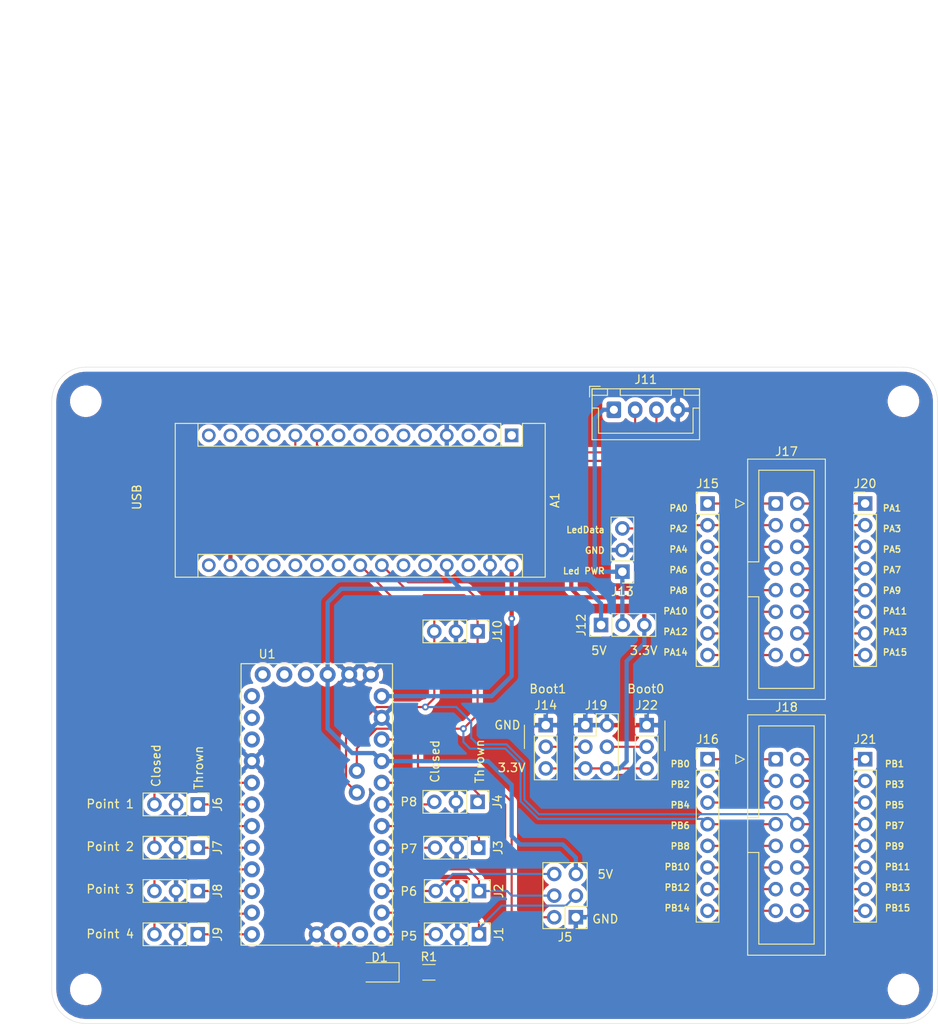
<source format=kicad_pcb>
(kicad_pcb (version 20171130) (host pcbnew 5.99.0+really5.1.10+dfsg1-1)
  (layers (0 F.Cu signal) (31 B.Cu signal) (34 B.Paste user) (35 F.Paste user) (36 B.SilkS user) (37 F.SilkS user) (38 B.Mask user) (39 F.Mask user) (44 Edge.Cuts user))
  (net 0 "")
  (net 1 VBUS)
  (net 2 GND)
  (net 3 +5V)
  (net 4 /Loco_Rx)
  (net 5 /Loco_TX)
  (net 6 /DC_6)
  (net 7 /DT_6)
  (net 8 /DT_5)
  (net 9 /Rst_Mini)
  (net 10 /DC_5)
  (net 11 /DC_7)
  (net 12 /DT_7)
  (net 13 /DC_8)
  (net 14 /DT_8)
  (net 15 /DC_1)
  (net 16 /DT_1)
  (net 17 /DC_2)
  (net 18 /DT_2)
  (net 19 /DT_3)
  (net 20 /DC_3)
  (net 21 /DC_4)
  (net 22 /DT_4)
  (net 23 /PA15)
  (net 24 /PA13)
  (net 25 /PA11)
  (net 26 /PA9)
  (net 27 /PA7)
  (net 28 /PA5)
  (net 29 /PA3)
  (net 30 /PA1)
  (net 31 /PA14)
  (net 32 /PA12)
  (net 33 /PA10)
  (net 34 /PA8)
  (net 35 /PA6)
  (net 36 /PA4)
  (net 37 /PA0)
  (net 38 /PB15)
  (net 39 /PB13)
  (net 40 /PB11)
  (net 41 /PB9)
  (net 42 /PB7)
  (net 43 /PB5)
  (net 44 /PB3)
  (net 45 /PB1)
  (net 46 /PB14)
  (net 47 /PB12)
  (net 48 /PB10)
  (net 49 /PB8)
  (net 50 /PB6)
  (net 51 /PB4)
  (net 52 /PB2)
  (net 53 /PB0)
  (net 54 +3V3)
  (net 55 /Boot1)
  (net 56 /Boot0)
  (net 57 /LedData)
  (net 58 /LedPWR)
  (net 59 /CSignal)
  (net 60 "Net-(D1-Pad1)")
  (module Resistor_SMD:R_1206_3216Metric (layer F.Cu) (at 70.2875 134)
    (fp_text reference R1 (at 0 -1.82) (layer F.SilkS))
    (fp_text value 1K)
    (pad 2 smd roundrect (at 1.4625 0) (size 1.125 1.75) (layers F.Cu F.Paste F.Mask) (roundrect_rratio 0.222222) (net 2 GND))
    (pad 1 smd roundrect (at -1.4625 0) (size 1.125 1.75) (layers F.Cu F.Paste F.Mask) (roundrect_rratio 0.222222) (net 60 "Net-(D1-Pad1)"))
  )
  (module LED_SMD:LED_1206_3216Metric (layer F.Cu) (at 64.5 134 180)
    (fp_text reference D1 (at 0 1.75) (layer F.SilkS))
    (fp_text value LED)
    (pad 2 smd roundrect (at 1.4 0 180) (size 1.25 1.75) (layers F.Cu F.Paste F.Mask) (roundrect_rratio 0.2) (net 59 /CSignal))
    (pad 1 smd roundrect (at -1.4 0 180) (size 1.25 1.75) (layers F.Cu F.Paste F.Mask) (roundrect_rratio 0.2) (net 60 "Net-(D1-Pad1)"))
  )
  (module Connector_PinHeader_2.54mm:PinHeader_1x03_P2.54mm_Vertical (layer F.Cu) (at 90.5 93.25 90)
    (fp_text reference J12 (at 0 -2.33 90) (layer F.SilkS))
    (fp_text value Conn_01x06)
    (pad 3 thru_hole oval (at 0 5.08 90) (size 1.7 1.7) (drill 1) (layers *.Cu *.Mask) (net 54 +3V3))
    (pad 2 thru_hole oval (at 0 2.54 90) (size 1.7 1.7) (drill 1) (layers *.Cu *.Mask) (net 58 /LedPWR))
    (pad 1 thru_hole rect (at 0 0 90) (size 1.7 1.7) (drill 1) (layers *.Cu *.Mask) (net 3 +5V))
  )
  (module BoardArduinos:MODULE_ARDUINO_PRO_MINI (layer F.Cu) (at 57.12 114.3)
    (fp_text reference U1 (at -5.825 -17.635) (layer F.SilkS))
    (fp_text value ARDUINO_PRO_MINI)
    (pad JP3_3 thru_hole circle (at 0 15.24) (size 1.8796 1.8796) (drill 1.016) (layers *.Cu *.Mask) (net 2 GND))
    (pad JP7_12 thru_hole circle (at -7.62 -12.7) (size 1.8796 1.8796) (drill 1.016) (layers *.Cu *.Mask))
    (pad JP7_11 thru_hole circle (at -7.62 -10.16) (size 1.8796 1.8796) (drill 1.016) (layers *.Cu *.Mask))
    (pad JP7_10 thru_hole circle (at -7.62 -7.62) (size 1.8796 1.8796) (drill 1.016) (layers *.Cu *.Mask))
    (pad JP7_9 thru_hole circle (at -7.62 -5.08) (size 1.8796 1.8796) (drill 1.016) (layers *.Cu *.Mask) (net 2 GND))
    (pad JP7_8 thru_hole circle (at -7.62 -2.54) (size 1.8796 1.8796) (drill 1.016) (layers *.Cu *.Mask) (net 15 /DC_1))
    (pad JP7_7 thru_hole circle (at -7.62 0) (size 1.8796 1.8796) (drill 1.016) (layers *.Cu *.Mask) (net 16 /DT_1))
    (pad JP7_6 thru_hole circle (at -7.62 2.54) (size 1.8796 1.8796) (drill 1.016) (layers *.Cu *.Mask) (net 17 /DC_2))
    (pad JP7_5 thru_hole circle (at -7.62 5.08) (size 1.8796 1.8796) (drill 1.016) (layers *.Cu *.Mask) (net 18 /DT_2))
    (pad JP7_4 thru_hole circle (at -7.62 7.62) (size 1.8796 1.8796) (drill 1.016) (layers *.Cu *.Mask) (net 20 /DC_3))
    (pad JP7_3 thru_hole circle (at -7.62 10.16) (size 1.8796 1.8796) (drill 1.016) (layers *.Cu *.Mask) (net 19 /DT_3))
    (pad JP7_2 thru_hole circle (at -7.62 12.7) (size 1.8796 1.8796) (drill 1.016) (layers *.Cu *.Mask) (net 21 /DC_4))
    (pad JP7_1 thru_hole circle (at -7.62 15.24) (size 1.8796 1.8796) (drill 1.016) (layers *.Cu *.Mask) (net 22 /DT_4))
    (pad JP6_12 thru_hole circle (at 7.62 15.24) (size 1.8796 1.8796) (drill 1.016) (layers *.Cu *.Mask) (net 10 /DC_5))
    (pad JP6_11 thru_hole circle (at 7.62 12.7) (size 1.8796 1.8796) (drill 1.016) (layers *.Cu *.Mask) (net 8 /DT_5))
    (pad JP6_10 thru_hole circle (at 7.62 10.16) (size 1.8796 1.8796) (drill 1.016) (layers *.Cu *.Mask) (net 6 /DC_6))
    (pad JP6_9 thru_hole circle (at 7.62 7.62) (size 1.8796 1.8796) (drill 1.016) (layers *.Cu *.Mask) (net 7 /DT_6))
    (pad JP6_8 thru_hole circle (at 7.62 5.08) (size 1.8796 1.8796) (drill 1.016) (layers *.Cu *.Mask) (net 11 /DC_7))
    (pad JP6_7 thru_hole circle (at 7.62 2.54) (size 1.8796 1.8796) (drill 1.016) (layers *.Cu *.Mask) (net 12 /DT_7))
    (pad JP6_6 thru_hole circle (at 7.62 0) (size 1.8796 1.8796) (drill 1.016) (layers *.Cu *.Mask) (net 13 /DC_8))
    (pad JP6_5 thru_hole circle (at 7.62 -2.54) (size 1.8796 1.8796) (drill 1.016) (layers *.Cu *.Mask) (net 14 /DT_8))
    (pad JP6_4 thru_hole circle (at 7.62 -5.08) (size 1.8796 1.8796) (drill 1.016) (layers *.Cu *.Mask) (net 3 +5V))
    (pad JP6_3 thru_hole circle (at 7.62 -7.62) (size 1.8796 1.8796) (drill 1.016) (layers *.Cu *.Mask) (net 9 /Rst_Mini))
    (pad JP6_2 thru_hole circle (at 7.62 -10.16) (size 1.8796 1.8796) (drill 1.016) (layers *.Cu *.Mask) (net 2 GND))
    (pad JP6_1 thru_hole circle (at 7.62 -12.7) (size 1.8796 1.8796) (drill 1.016) (layers *.Cu *.Mask) (net 1 VBUS))
    (pad JP3_1 thru_hole circle (at 2.54 15.24) (size 1.8796 1.8796) (drill 1.016) (layers *.Cu *.Mask) (net 59 /CSignal))
    (pad JP3_2 thru_hole circle (at 5.08 15.24) (size 1.8796 1.8796) (drill 1.016) (layers *.Cu *.Mask))
    (pad JP2_2 thru_hole circle (at 4.699 -3.937) (size 1.8796 1.8796) (drill 1.016) (layers *.Cu *.Mask) (net 50 /PB6))
    (pad JP2_1 thru_hole circle (at 4.699 -1.397) (size 1.8796 1.8796) (drill 1.016) (layers *.Cu *.Mask) (net 42 /PB7))
    (pad F_DTR thru_hole circle (at -6.35 -15.24) (size 1.8796 1.8796) (drill 1.016) (layers *.Cu *.Mask))
    (pad F_TX thru_hole circle (at -3.81 -15.24) (size 1.8796 1.8796) (drill 1.016) (layers *.Cu *.Mask))
    (pad F_RX thru_hole circle (at -1.27 -15.24) (size 1.8796 1.8796) (drill 1.016) (layers *.Cu *.Mask))
    (pad F_VCC thru_hole circle (at 1.27 -15.24) (size 1.8796 1.8796) (drill 1.016) (layers *.Cu *.Mask) (net 3 +5V))
    (pad F_GND_1 thru_hole circle (at 3.81 -15.24) (size 1.8796 1.8796) (drill 1.016) (layers *.Cu *.Mask) (net 2 GND))
    (pad F_GND_2 thru_hole circle (at 6.35 -15.24) (size 1.8796 1.8796) (drill 1.016) (layers *.Cu *.Mask) (net 2 GND))
  )
  (module Connector_PinHeader_2.54mm:PinHeader_1x03_P2.54mm_Vertical (layer F.Cu) (at 95.85 105)
    (fp_text reference J22 (at 0 -2.33) (layer F.SilkS))
    (fp_text value Conn_01x03)
    (pad 3 thru_hole oval (at 0 5.08) (size 1.7 1.7) (drill 1) (layers *.Cu *.Mask) (net 54 +3V3))
    (pad 2 thru_hole oval (at 0 2.54) (size 1.7 1.7) (drill 1) (layers *.Cu *.Mask) (net 56 /Boot0))
    (pad 1 thru_hole rect (at 0 0) (size 1.7 1.7) (drill 1) (layers *.Cu *.Mask) (net 2 GND))
  )
  (module Connector_PinHeader_2.54mm:PinHeader_2x03_P2.54mm_Vertical (layer F.Cu) (at 88.65 105)
    (fp_text reference J19 (at 1.27 -2.33) (layer F.SilkS))
    (fp_text value Conn_02x03_Odd_Even)
    (pad 6 thru_hole oval (at 2.54 5.08) (size 1.7 1.7) (drill 1) (layers *.Cu *.Mask) (net 54 +3V3))
    (pad 5 thru_hole oval (at 0 5.08) (size 1.7 1.7) (drill 1) (layers *.Cu *.Mask) (net 54 +3V3))
    (pad 4 thru_hole oval (at 2.54 2.54) (size 1.7 1.7) (drill 1) (layers *.Cu *.Mask) (net 56 /Boot0))
    (pad 3 thru_hole oval (at 0 2.54) (size 1.7 1.7) (drill 1) (layers *.Cu *.Mask) (net 55 /Boot1))
    (pad 2 thru_hole oval (at 2.54 0) (size 1.7 1.7) (drill 1) (layers *.Cu *.Mask) (net 2 GND))
    (pad 1 thru_hole rect (at 0 0) (size 1.7 1.7) (drill 1) (layers *.Cu *.Mask) (net 2 GND))
  )
  (module Connector_PinHeader_2.54mm:PinHeader_1x03_P2.54mm_Vertical (layer F.Cu) (at 84 105)
    (fp_text reference J14 (at 0 -2.33) (layer F.SilkS))
    (fp_text value Conn_01x03)
    (pad 3 thru_hole oval (at 0 5.08) (size 1.7 1.7) (drill 1) (layers *.Cu *.Mask) (net 54 +3V3))
    (pad 2 thru_hole oval (at 0 2.54) (size 1.7 1.7) (drill 1) (layers *.Cu *.Mask) (net 55 /Boot1))
    (pad 1 thru_hole rect (at 0 0) (size 1.7 1.7) (drill 1) (layers *.Cu *.Mask) (net 2 GND))
  )
  (module Connector_PinHeader_2.54mm:PinHeader_1x08_P2.54mm_Vertical (layer F.Cu) (at 121.5 109)
    (fp_text reference J21 (at 0 -2.33) (layer F.SilkS))
    (fp_text value Conn_01x08)
    (pad 8 thru_hole oval (at 0 17.78) (size 1.7 1.7) (drill 1) (layers *.Cu *.Mask) (net 38 /PB15))
    (pad 7 thru_hole oval (at 0 15.24) (size 1.7 1.7) (drill 1) (layers *.Cu *.Mask) (net 39 /PB13))
    (pad 6 thru_hole oval (at 0 12.7) (size 1.7 1.7) (drill 1) (layers *.Cu *.Mask) (net 40 /PB11))
    (pad 5 thru_hole oval (at 0 10.16) (size 1.7 1.7) (drill 1) (layers *.Cu *.Mask) (net 41 /PB9))
    (pad 4 thru_hole oval (at 0 7.62) (size 1.7 1.7) (drill 1) (layers *.Cu *.Mask) (net 42 /PB7))
    (pad 3 thru_hole oval (at 0 5.08) (size 1.7 1.7) (drill 1) (layers *.Cu *.Mask) (net 43 /PB5))
    (pad 2 thru_hole oval (at 0 2.54) (size 1.7 1.7) (drill 1) (layers *.Cu *.Mask) (net 44 /PB3))
    (pad 1 thru_hole rect (at 0 0) (size 1.7 1.7) (drill 1) (layers *.Cu *.Mask) (net 45 /PB1))
  )
  (module Connector_PinHeader_2.54mm:PinHeader_1x08_P2.54mm_Vertical (layer F.Cu) (at 121.5 79)
    (fp_text reference J20 (at 0 -2.33) (layer F.SilkS))
    (fp_text value Conn_01x08)
    (pad 8 thru_hole oval (at 0 17.78) (size 1.7 1.7) (drill 1) (layers *.Cu *.Mask) (net 23 /PA15))
    (pad 7 thru_hole oval (at 0 15.24) (size 1.7 1.7) (drill 1) (layers *.Cu *.Mask) (net 24 /PA13))
    (pad 6 thru_hole oval (at 0 12.7) (size 1.7 1.7) (drill 1) (layers *.Cu *.Mask) (net 25 /PA11))
    (pad 5 thru_hole oval (at 0 10.16) (size 1.7 1.7) (drill 1) (layers *.Cu *.Mask) (net 26 /PA9))
    (pad 4 thru_hole oval (at 0 7.62) (size 1.7 1.7) (drill 1) (layers *.Cu *.Mask) (net 27 /PA7))
    (pad 3 thru_hole oval (at 0 5.08) (size 1.7 1.7) (drill 1) (layers *.Cu *.Mask) (net 28 /PA5))
    (pad 2 thru_hole oval (at 0 2.54) (size 1.7 1.7) (drill 1) (layers *.Cu *.Mask) (net 29 /PA3))
    (pad 1 thru_hole rect (at 0 0) (size 1.7 1.7) (drill 1) (layers *.Cu *.Mask) (net 30 /PA1))
  )
  (module Connector_PinHeader_2.54mm:PinHeader_1x08_P2.54mm_Vertical (layer F.Cu) (at 103 109)
    (fp_text reference J16 (at 0 -2.33) (layer F.SilkS))
    (fp_text value Conn_01x08)
    (pad 8 thru_hole oval (at 0 17.78) (size 1.7 1.7) (drill 1) (layers *.Cu *.Mask) (net 46 /PB14))
    (pad 7 thru_hole oval (at 0 15.24) (size 1.7 1.7) (drill 1) (layers *.Cu *.Mask) (net 47 /PB12))
    (pad 6 thru_hole oval (at 0 12.7) (size 1.7 1.7) (drill 1) (layers *.Cu *.Mask) (net 48 /PB10))
    (pad 5 thru_hole oval (at 0 10.16) (size 1.7 1.7) (drill 1) (layers *.Cu *.Mask) (net 49 /PB8))
    (pad 4 thru_hole oval (at 0 7.62) (size 1.7 1.7) (drill 1) (layers *.Cu *.Mask) (net 50 /PB6))
    (pad 3 thru_hole oval (at 0 5.08) (size 1.7 1.7) (drill 1) (layers *.Cu *.Mask) (net 51 /PB4))
    (pad 2 thru_hole oval (at 0 2.54) (size 1.7 1.7) (drill 1) (layers *.Cu *.Mask) (net 52 /PB2))
    (pad 1 thru_hole rect (at 0 0) (size 1.7 1.7) (drill 1) (layers *.Cu *.Mask) (net 53 /PB0))
  )
  (module Connector_PinHeader_2.54mm:PinHeader_1x08_P2.54mm_Vertical (layer F.Cu) (at 103 79)
    (fp_text reference J15 (at 0 -2.33) (layer F.SilkS))
    (fp_text value Conn_01x08)
    (pad 8 thru_hole oval (at 0 17.78) (size 1.7 1.7) (drill 1) (layers *.Cu *.Mask) (net 31 /PA14))
    (pad 7 thru_hole oval (at 0 15.24) (size 1.7 1.7) (drill 1) (layers *.Cu *.Mask) (net 32 /PA12))
    (pad 6 thru_hole oval (at 0 12.7) (size 1.7 1.7) (drill 1) (layers *.Cu *.Mask) (net 33 /PA10))
    (pad 5 thru_hole oval (at 0 10.16) (size 1.7 1.7) (drill 1) (layers *.Cu *.Mask) (net 34 /PA8))
    (pad 4 thru_hole oval (at 0 7.62) (size 1.7 1.7) (drill 1) (layers *.Cu *.Mask) (net 35 /PA6))
    (pad 3 thru_hole oval (at 0 5.08) (size 1.7 1.7) (drill 1) (layers *.Cu *.Mask) (net 36 /PA4))
    (pad 2 thru_hole oval (at 0 2.54) (size 1.7 1.7) (drill 1) (layers *.Cu *.Mask) (net 57 /LedData))
    (pad 1 thru_hole rect (at 0 0) (size 1.7 1.7) (drill 1) (layers *.Cu *.Mask) (net 37 /PA0))
  )
  (module MountingHole:MountingHole_2.7mm_M2.5 (layer F.Cu) (at 126 136)
    (fp_text reference H4 hide)
    (fp_text value MountingHole)
    (pad 1 np_thru_hole circle (at 0 0) (size 2.7 2.7) (drill 2.7) (layers *.Cu *.Mask))
  )
  (module MountingHole:MountingHole_2.7mm_M2.5 (layer F.Cu) (at 126 67)
    (fp_text reference H3 hide)
    (fp_text value MountingHole)
    (pad 1 np_thru_hole circle (at 0 0) (size 2.7 2.7) (drill 2.7) (layers *.Cu *.Mask))
  )
  (module MountingHole:MountingHole_2.7mm_M2.5 (layer F.Cu) (at 30 136)
    (fp_text reference H2 hide)
    (fp_text value MountingHole)
    (pad 1 np_thru_hole circle (at 0 0) (size 2.7 2.7) (drill 2.7) (layers *.Cu *.Mask))
  )
  (module MountingHole:MountingHole_2.7mm_M2.5 (layer F.Cu) (at 30 67)
    (fp_text reference H1 hide)
    (fp_text value MountingHole)
    (pad 1 np_thru_hole circle (at 0 0) (size 2.7 2.7) (drill 2.7) (layers *.Cu *.Mask))
  )
  (module Connector_IDC:IDC-Header_2x08_P2.54mm_Vertical (layer F.Cu) (at 111 109)
    (fp_text reference J18 (at 1.27 -6.1) (layer F.SilkS))
    (fp_text value Conn_02x08_Odd_Even)
    (pad 16 thru_hole circle (at 2.54 17.78) (size 1.7 1.7) (drill 1) (layers *.Cu *.Mask) (net 38 /PB15))
    (pad 14 thru_hole circle (at 2.54 15.24) (size 1.7 1.7) (drill 1) (layers *.Cu *.Mask) (net 39 /PB13))
    (pad 12 thru_hole circle (at 2.54 12.7) (size 1.7 1.7) (drill 1) (layers *.Cu *.Mask) (net 40 /PB11))
    (pad 10 thru_hole circle (at 2.54 10.16) (size 1.7 1.7) (drill 1) (layers *.Cu *.Mask) (net 41 /PB9))
    (pad 8 thru_hole circle (at 2.54 7.62) (size 1.7 1.7) (drill 1) (layers *.Cu *.Mask) (net 42 /PB7))
    (pad 6 thru_hole circle (at 2.54 5.08) (size 1.7 1.7) (drill 1) (layers *.Cu *.Mask) (net 43 /PB5))
    (pad 4 thru_hole circle (at 2.54 2.54) (size 1.7 1.7) (drill 1) (layers *.Cu *.Mask) (net 44 /PB3))
    (pad 2 thru_hole circle (at 2.54 0) (size 1.7 1.7) (drill 1) (layers *.Cu *.Mask) (net 45 /PB1))
    (pad 15 thru_hole circle (at 0 17.78) (size 1.7 1.7) (drill 1) (layers *.Cu *.Mask) (net 46 /PB14))
    (pad 13 thru_hole circle (at 0 15.24) (size 1.7 1.7) (drill 1) (layers *.Cu *.Mask) (net 47 /PB12))
    (pad 11 thru_hole circle (at 0 12.7) (size 1.7 1.7) (drill 1) (layers *.Cu *.Mask) (net 48 /PB10))
    (pad 9 thru_hole circle (at 0 10.16) (size 1.7 1.7) (drill 1) (layers *.Cu *.Mask) (net 49 /PB8))
    (pad 7 thru_hole circle (at 0 7.62) (size 1.7 1.7) (drill 1) (layers *.Cu *.Mask) (net 50 /PB6))
    (pad 5 thru_hole circle (at 0 5.08) (size 1.7 1.7) (drill 1) (layers *.Cu *.Mask) (net 51 /PB4))
    (pad 3 thru_hole circle (at 0 2.54) (size 1.7 1.7) (drill 1) (layers *.Cu *.Mask) (net 52 /PB2))
    (pad 1 thru_hole roundrect (at 0 0) (size 1.7 1.7) (drill 1) (layers *.Cu *.Mask) (roundrect_rratio 0.147059) (net 53 /PB0))
  )
  (module Connector_IDC:IDC-Header_2x08_P2.54mm_Vertical (layer F.Cu) (at 111 79)
    (fp_text reference J17 (at 1.27 -6.1) (layer F.SilkS))
    (fp_text value Conn_02x08_Odd_Even)
    (pad 16 thru_hole circle (at 2.54 17.78) (size 1.7 1.7) (drill 1) (layers *.Cu *.Mask) (net 23 /PA15))
    (pad 14 thru_hole circle (at 2.54 15.24) (size 1.7 1.7) (drill 1) (layers *.Cu *.Mask) (net 24 /PA13))
    (pad 12 thru_hole circle (at 2.54 12.7) (size 1.7 1.7) (drill 1) (layers *.Cu *.Mask) (net 25 /PA11))
    (pad 10 thru_hole circle (at 2.54 10.16) (size 1.7 1.7) (drill 1) (layers *.Cu *.Mask) (net 26 /PA9))
    (pad 8 thru_hole circle (at 2.54 7.62) (size 1.7 1.7) (drill 1) (layers *.Cu *.Mask) (net 27 /PA7))
    (pad 6 thru_hole circle (at 2.54 5.08) (size 1.7 1.7) (drill 1) (layers *.Cu *.Mask) (net 28 /PA5))
    (pad 4 thru_hole circle (at 2.54 2.54) (size 1.7 1.7) (drill 1) (layers *.Cu *.Mask) (net 29 /PA3))
    (pad 2 thru_hole circle (at 2.54 0) (size 1.7 1.7) (drill 1) (layers *.Cu *.Mask) (net 30 /PA1))
    (pad 15 thru_hole circle (at 0 17.78) (size 1.7 1.7) (drill 1) (layers *.Cu *.Mask) (net 31 /PA14))
    (pad 13 thru_hole circle (at 0 15.24) (size 1.7 1.7) (drill 1) (layers *.Cu *.Mask) (net 32 /PA12))
    (pad 11 thru_hole circle (at 0 12.7) (size 1.7 1.7) (drill 1) (layers *.Cu *.Mask) (net 33 /PA10))
    (pad 9 thru_hole circle (at 0 10.16) (size 1.7 1.7) (drill 1) (layers *.Cu *.Mask) (net 34 /PA8))
    (pad 7 thru_hole circle (at 0 7.62) (size 1.7 1.7) (drill 1) (layers *.Cu *.Mask) (net 35 /PA6))
    (pad 5 thru_hole circle (at 0 5.08) (size 1.7 1.7) (drill 1) (layers *.Cu *.Mask) (net 36 /PA4))
    (pad 3 thru_hole circle (at 0 2.54) (size 1.7 1.7) (drill 1) (layers *.Cu *.Mask) (net 57 /LedData))
    (pad 1 thru_hole roundrect (at 0 0) (size 1.7 1.7) (drill 1) (layers *.Cu *.Mask) (roundrect_rratio 0.147059) (net 37 /PA0))
  )
  (module Connector_PinHeader_2.54mm:PinHeader_1x03_P2.54mm_Vertical (layer F.Cu) (at 93 87 180)
    (fp_text reference J13 (at 0 -2.33) (layer F.SilkS))
    (fp_text value Conn_01x06)
    (pad 3 thru_hole oval (at 0 5.08 180) (size 1.7 1.7) (drill 1) (layers *.Cu *.Mask) (net 57 /LedData))
    (pad 2 thru_hole oval (at 0 2.54 180) (size 1.7 1.7) (drill 1) (layers *.Cu *.Mask) (net 2 GND))
    (pad 1 thru_hole rect (at 0 0 180) (size 1.7 1.7) (drill 1) (layers *.Cu *.Mask) (net 58 /LedPWR))
  )
  (module Connector_PinHeader_2.54mm:PinHeader_1x03_P2.54mm_Vertical (layer F.Cu) (at 76 94 270)
    (fp_text reference J10 (at 0 -2.33 90) (layer F.SilkS))
    (fp_text value Conn_01x06)
    (pad 3 thru_hole oval (at 0 5.08 270) (size 1.7 1.7) (drill 1) (layers *.Cu *.Mask) (net 42 /PB7))
    (pad 2 thru_hole oval (at 0 2.54 270) (size 1.7 1.7) (drill 1) (layers *.Cu *.Mask) (net 2 GND))
    (pad 1 thru_hole rect (at 0 0 270) (size 1.7 1.7) (drill 1) (layers *.Cu *.Mask) (net 50 /PB6))
  )
  (module Connector_JST:JST_XH_B4B-XH-A_1x04_P2.50mm_Vertical (layer F.Cu) (at 92 68)
    (fp_text reference J11 (at 3.75 -3.55) (layer F.SilkS))
    (fp_text value Conn_01x04)
    (pad 4 thru_hole oval (at 7.5 0) (size 1.7 1.95) (drill 0.95) (layers *.Cu *.Mask) (net 2 GND))
    (pad 3 thru_hole oval (at 5 0) (size 1.7 1.95) (drill 0.95) (layers *.Cu *.Mask) (net 4 /Loco_Rx))
    (pad 2 thru_hole oval (at 2.5 0) (size 1.7 1.95) (drill 0.95) (layers *.Cu *.Mask) (net 5 /Loco_TX))
    (pad 1 thru_hole roundrect (at 0 0) (size 1.7 1.95) (drill 0.95) (layers *.Cu *.Mask) (roundrect_rratio 0.147059) (net 58 /LedPWR))
  )
  (module Connector_PinHeader_2.54mm:PinHeader_1x03_P2.54mm_Vertical (layer F.Cu) (at 43.14 129.54 270)
    (fp_text reference J9 (at 0 -2.33 90) (layer F.SilkS))
    (fp_text value Conn_01x03)
    (pad 3 thru_hole oval (at 0 5.08 270) (size 1.7 1.7) (drill 1) (layers *.Cu *.Mask) (net 21 /DC_4))
    (pad 2 thru_hole oval (at 0 2.54 270) (size 1.7 1.7) (drill 1) (layers *.Cu *.Mask) (net 2 GND))
    (pad 1 thru_hole rect (at 0 0 270) (size 1.7 1.7) (drill 1) (layers *.Cu *.Mask) (net 22 /DT_4))
  )
  (module Connector_PinHeader_2.54mm:PinHeader_1x03_P2.54mm_Vertical (layer F.Cu) (at 43.14 124.46 270)
    (fp_text reference J8 (at 0 -2.33 90) (layer F.SilkS))
    (fp_text value Conn_01x03)
    (pad 3 thru_hole oval (at 0 5.08 270) (size 1.7 1.7) (drill 1) (layers *.Cu *.Mask) (net 20 /DC_3))
    (pad 2 thru_hole oval (at 0 2.54 270) (size 1.7 1.7) (drill 1) (layers *.Cu *.Mask) (net 2 GND))
    (pad 1 thru_hole rect (at 0 0 270) (size 1.7 1.7) (drill 1) (layers *.Cu *.Mask) (net 19 /DT_3))
  )
  (module Connector_PinHeader_2.54mm:PinHeader_1x03_P2.54mm_Vertical (layer F.Cu) (at 43.14 119.38 270)
    (fp_text reference J7 (at 0 -2.33 90) (layer F.SilkS))
    (fp_text value Conn_01x03)
    (pad 3 thru_hole oval (at 0 5.08 270) (size 1.7 1.7) (drill 1) (layers *.Cu *.Mask) (net 17 /DC_2))
    (pad 2 thru_hole oval (at 0 2.54 270) (size 1.7 1.7) (drill 1) (layers *.Cu *.Mask) (net 2 GND))
    (pad 1 thru_hole rect (at 0 0 270) (size 1.7 1.7) (drill 1) (layers *.Cu *.Mask) (net 18 /DT_2))
  )
  (module Connector_PinHeader_2.54mm:PinHeader_1x03_P2.54mm_Vertical (layer F.Cu) (at 43.14 114.3 270)
    (fp_text reference J6 (at 0 -2.33 90) (layer F.SilkS))
    (fp_text value Conn_01x03)
    (pad 3 thru_hole oval (at 0 5.08 270) (size 1.7 1.7) (drill 1) (layers *.Cu *.Mask) (net 15 /DC_1))
    (pad 2 thru_hole oval (at 0 2.54 270) (size 1.7 1.7) (drill 1) (layers *.Cu *.Mask) (net 2 GND))
    (pad 1 thru_hole rect (at 0 0 270) (size 1.7 1.7) (drill 1) (layers *.Cu *.Mask) (net 16 /DT_1))
  )
  (module Connector_PinHeader_2.54mm:PinHeader_1x03_P2.54mm_Vertical (layer F.Cu) (at 76 114 270)
    (fp_text reference J4 (at 0 -2.33 90) (layer F.SilkS))
    (fp_text value Conn_01x03)
    (pad 3 thru_hole oval (at 0 5.08 270) (size 1.7 1.7) (drill 1) (layers *.Cu *.Mask) (net 13 /DC_8))
    (pad 2 thru_hole oval (at 0 2.54 270) (size 1.7 1.7) (drill 1) (layers *.Cu *.Mask) (net 2 GND))
    (pad 1 thru_hole rect (at 0 0 270) (size 1.7 1.7) (drill 1) (layers *.Cu *.Mask) (net 14 /DT_8))
  )
  (module Connector_PinHeader_2.54mm:PinHeader_1x03_P2.54mm_Vertical (layer F.Cu) (at 76.08 119.38 270)
    (fp_text reference J3 (at 0 -2.33 90) (layer F.SilkS))
    (fp_text value Conn_01x03)
    (pad 3 thru_hole oval (at 0 5.08 270) (size 1.7 1.7) (drill 1) (layers *.Cu *.Mask) (net 11 /DC_7))
    (pad 2 thru_hole oval (at 0 2.54 270) (size 1.7 1.7) (drill 1) (layers *.Cu *.Mask) (net 2 GND))
    (pad 1 thru_hole rect (at 0 0 270) (size 1.7 1.7) (drill 1) (layers *.Cu *.Mask) (net 12 /DT_7))
  )
  (module Connector_PinHeader_2.54mm:PinHeader_1x03_P2.54mm_Vertical (layer F.Cu) (at 76.16 124.46 270)
    (fp_text reference J2 (at 0 -2.33 90) (layer F.SilkS))
    (fp_text value Conn_01x03)
    (pad 3 thru_hole oval (at 0 5.08 270) (size 1.7 1.7) (drill 1) (layers *.Cu *.Mask) (net 6 /DC_6))
    (pad 2 thru_hole oval (at 0 2.54 270) (size 1.7 1.7) (drill 1) (layers *.Cu *.Mask) (net 2 GND))
    (pad 1 thru_hole rect (at 0 0 270) (size 1.7 1.7) (drill 1) (layers *.Cu *.Mask) (net 7 /DT_6))
  )
  (module Connector_PinHeader_2.54mm:PinHeader_1x03_P2.54mm_Vertical (layer F.Cu) (at 76.16 129.54 270)
    (fp_text reference J1 (at 0 -2.33 90) (layer F.SilkS))
    (fp_text value Conn_01x03)
    (pad 3 thru_hole oval (at 0 5.08 270) (size 1.7 1.7) (drill 1) (layers *.Cu *.Mask) (net 10 /DC_5))
    (pad 2 thru_hole oval (at 0 2.54 270) (size 1.7 1.7) (drill 1) (layers *.Cu *.Mask) (net 2 GND))
    (pad 1 thru_hole rect (at 0 0 270) (size 1.7 1.7) (drill 1) (layers *.Cu *.Mask) (net 8 /DT_5))
  )
  (module Connector_PinHeader_2.54mm:PinHeader_2x03_P2.54mm_Vertical (layer F.Cu) (at 87.54 127.54 180)
    (fp_text reference J5 (at 1.27 -2.33) (layer F.SilkS))
    (fp_text value Conn_02x03_Odd_Even)
    (pad 6 thru_hole oval (at 2.54 5.08 180) (size 1.7 1.7) (drill 1) (layers *.Cu *.Mask) (net 6 /DC_6))
    (pad 5 thru_hole oval (at 0 5.08 180) (size 1.7 1.7) (drill 1) (layers *.Cu *.Mask) (net 3 +5V))
    (pad 4 thru_hole oval (at 2.54 2.54 180) (size 1.7 1.7) (drill 1) (layers *.Cu *.Mask) (net 7 /DT_6))
    (pad 3 thru_hole oval (at 0 2.54 180) (size 1.7 1.7) (drill 1) (layers *.Cu *.Mask) (net 8 /DT_5))
    (pad 2 thru_hole oval (at 2.54 0 180) (size 1.7 1.7) (drill 1) (layers *.Cu *.Mask) (net 9 /Rst_Mini))
    (pad 1 thru_hole rect (at 0 0 180) (size 1.7 1.7) (drill 1) (layers *.Cu *.Mask) (net 2 GND))
  )
  (module Module:Arduino_Nano (layer F.Cu) (at 80 71 270)
    (fp_text reference A1 (at 7.62 -5.08 90) (layer F.SilkS))
    (fp_text value Arduino_Nano_v2.x)
    (pad 16 thru_hole oval (at 15.24 35.56 270) (size 1.6 1.6) (drill 1) (layers *.Cu *.Mask))
    (pad 15 thru_hole oval (at 0 35.56 270) (size 1.6 1.6) (drill 1) (layers *.Cu *.Mask))
    (pad 30 thru_hole oval (at 15.24 0 270) (size 1.6 1.6) (drill 1) (layers *.Cu *.Mask) (net 1 VBUS))
    (pad 14 thru_hole oval (at 0 33.02 270) (size 1.6 1.6) (drill 1) (layers *.Cu *.Mask))
    (pad 29 thru_hole oval (at 15.24 2.54 270) (size 1.6 1.6) (drill 1) (layers *.Cu *.Mask) (net 2 GND))
    (pad 13 thru_hole oval (at 0 30.48 270) (size 1.6 1.6) (drill 1) (layers *.Cu *.Mask))
    (pad 28 thru_hole oval (at 15.24 5.08 270) (size 1.6 1.6) (drill 1) (layers *.Cu *.Mask))
    (pad 12 thru_hole oval (at 0 27.94 270) (size 1.6 1.6) (drill 1) (layers *.Cu *.Mask))
    (pad 27 thru_hole oval (at 15.24 7.62 270) (size 1.6 1.6) (drill 1) (layers *.Cu *.Mask) (net 3 +5V))
    (pad 11 thru_hole oval (at 0 25.4 270) (size 1.6 1.6) (drill 1) (layers *.Cu *.Mask) (net 4 /Loco_Rx))
    (pad 26 thru_hole oval (at 15.24 10.16 270) (size 1.6 1.6) (drill 1) (layers *.Cu *.Mask))
    (pad 10 thru_hole oval (at 0 22.86 270) (size 1.6 1.6) (drill 1) (layers *.Cu *.Mask) (net 5 /Loco_TX))
    (pad 25 thru_hole oval (at 15.24 12.7 270) (size 1.6 1.6) (drill 1) (layers *.Cu *.Mask))
    (pad 9 thru_hole oval (at 0 20.32 270) (size 1.6 1.6) (drill 1) (layers *.Cu *.Mask))
    (pad 24 thru_hole oval (at 15.24 15.24 270) (size 1.6 1.6) (drill 1) (layers *.Cu *.Mask) (net 50 /PB6))
    (pad 8 thru_hole oval (at 0 17.78 270) (size 1.6 1.6) (drill 1) (layers *.Cu *.Mask))
    (pad 23 thru_hole oval (at 15.24 17.78 270) (size 1.6 1.6) (drill 1) (layers *.Cu *.Mask) (net 42 /PB7))
    (pad 7 thru_hole oval (at 0 15.24 270) (size 1.6 1.6) (drill 1) (layers *.Cu *.Mask))
    (pad 22 thru_hole oval (at 15.24 20.32 270) (size 1.6 1.6) (drill 1) (layers *.Cu *.Mask))
    (pad 6 thru_hole oval (at 0 12.7 270) (size 1.6 1.6) (drill 1) (layers *.Cu *.Mask))
    (pad 21 thru_hole oval (at 15.24 22.86 270) (size 1.6 1.6) (drill 1) (layers *.Cu *.Mask))
    (pad 5 thru_hole oval (at 0 10.16 270) (size 1.6 1.6) (drill 1) (layers *.Cu *.Mask))
    (pad 20 thru_hole oval (at 15.24 25.4 270) (size 1.6 1.6) (drill 1) (layers *.Cu *.Mask))
    (pad 4 thru_hole oval (at 0 7.62 270) (size 1.6 1.6) (drill 1) (layers *.Cu *.Mask) (net 2 GND))
    (pad 19 thru_hole oval (at 15.24 27.94 270) (size 1.6 1.6) (drill 1) (layers *.Cu *.Mask))
    (pad 3 thru_hole oval (at 0 5.08 270) (size 1.6 1.6) (drill 1) (layers *.Cu *.Mask))
    (pad 18 thru_hole oval (at 15.24 30.48 270) (size 1.6 1.6) (drill 1) (layers *.Cu *.Mask))
    (pad 2 thru_hole oval (at 0 2.54 270) (size 1.6 1.6) (drill 1) (layers *.Cu *.Mask))
    (pad 17 thru_hole oval (at 15.24 33.02 270) (size 1.6 1.6) (drill 1) (layers *.Cu *.Mask) (net 54 +3V3))
    (pad 1 thru_hole rect (at 0 0 270) (size 1.6 1.6) (drill 1) (layers *.Cu *.Mask))
  )
  (gr_text P6 (at 69 124.5) (layer F.SilkS) (effects (font (size 1 1)) (justify right)))
  (gr_text P8 (at 69 114) (layer F.SilkS) (effects (font (size 1 1)) (justify right)))
  (gr_text P5 (at 69 129.75) (layer F.SilkS) (effects (font (size 1 1)) (justify right)))
  (gr_text P7 (at 69 119.5) (layer F.SilkS) (effects (font (size 1 1)) (justify right)))
  (gr_text "Point 4" (at 35.75 129.5) (layer F.SilkS) (effects (font (size 1 1)) (justify right)))
  (gr_text "Point 3" (at 35.75 124.25) (layer F.SilkS) (effects (font (size 1 1)) (justify right)))
  (gr_text "Point 2" (at 35.75 119.25) (layer F.SilkS) (effects (font (size 1 1)) (justify right)))
  (gr_text "Point 1" (at 35.75 114.25) (layer F.SilkS) (effects (font (size 1 1)) (justify right)))
  (gr_text Closed (at 71 109.25 90) (layer F.SilkS) (effects (font (size 1 1))))
  (gr_text Thrown (at 76.25 109.25 90) (layer F.SilkS) (effects (font (size 1 1))))
  (gr_text Thrown (at 43.25 110 90) (layer F.SilkS) (effects (font (size 1 1))))
  (gr_text Closed (at 38.25 109.75 90) (layer F.SilkS) (effects (font (size 1 1))))
  (gr_text USB (at 36 78.25 90) (layer F.SilkS) (effects (font (size 1 1))))
  (gr_text 3.3V (at 95.5 96.25) (layer F.SilkS) (effects (font (size 1 1))))
  (gr_text 5V (at 90.25 96.25) (layer F.SilkS) (effects (font (size 1 1))))
  (gr_text "LedData\n\nGND\n\nLed PWR" (at 91 84.5) (layer F.SilkS) (effects (font (size 0.75 0.75)) (justify right)))
  (gr_text 5V (at 91 122.5) (layer F.SilkS) (effects (font (size 1 1))))
  (gr_text GND (at 91 127.75) (layer F.SilkS) (effects (font (size 1 1))))
  (gr_text 3.3V (at 80 110) (layer F.SilkS) (effects (font (size 1 1))))
  (gr_text GND (at 79.5 105) (layer F.SilkS) (effects (font (size 1 1))))
  (gr_line (start 81.5 105) (end 81.5 107.75) (layer F.SilkS) (width 0.12))
  (gr_line (start 98 104.5) (end 98 108) (layer F.SilkS) (width 0.12))
  (gr_text Boot1 (at 84.25 100.75) (layer F.SilkS) (effects (font (size 1 1))))
  (gr_text Boot0 (at 95.75 100.75) (layer F.SilkS) (effects (font (size 1 1))))
  (gr_text "PA0\n\nPA2\n\nPA4\n\nPA6\n\nPA8\n\nPA10\n\nPA12\n\nPA14" (at 100.75 88) (layer F.SilkS) (effects (font (size 0.75 0.75)) (justify right)))
  (gr_text "PA1\n\nPA3\n\nPA5\n\nPA7\n\nPA9\n\nPA11\n\nPA13\n\nPA15" (at 123.5 88) (layer F.SilkS) (effects (font (size 0.75 0.75)) (justify left)))
  (gr_text "PB0\n\nPB2\n\nPB4\n\nPB6\n\nPB8\n\nPB10\n\nPB12\n\nPB14" (at 101 118) (layer F.SilkS) (effects (font (size 0.75 0.75)) (justify right)))
  (gr_text "PB1\n\nPB3\n\nPB5\n\nPB7\n\nPB9\n\nPB11\n\nPB13\n\nPB15" (at 123.75 118) (layer F.SilkS) (effects (font (size 0.75 0.75)) (justify left)))
  (gr_arc (start 30 67) (end 30 63) (angle -90) (layer Edge.Cuts) (width 0.05))
  (gr_arc (start 126 67) (end 130 67) (angle -90) (layer Edge.Cuts) (width 0.05))
  (gr_arc (start 126 136) (end 126 140) (angle -90) (layer Edge.Cuts) (width 0.05))
  (gr_arc (start 30 136) (end 26 136) (angle -90) (layer Edge.Cuts) (width 0.05))
  (gr_line (start 30 63) (end 126 63) (layer Edge.Cuts) (width 0.05))
  (gr_line (start 26 136) (end 26 67) (layer Edge.Cuts) (width 0.05))
  (gr_line (start 126 140) (end 30 140) (layer Edge.Cuts) (width 0.05))
  (gr_line (start 130 67) (end 130 136) (layer Edge.Cuts) (width 0.05))
  (segment (start 64.74 101.6) (end 77.65 101.6) (width 0.5) (layer B.Cu) (net 1))
  (via (at 80 92.5) (size 0.8) (drill 0.4) (layers F.Cu B.Cu) (net 1))
  (segment (start 80 99.25) (end 80 92.5) (width 0.5) (layer B.Cu) (net 1))
  (segment (start 77.65 101.6) (end 80 99.25) (width 0.5) (layer B.Cu) (net 1))
  (segment (start 80 92.5) (end 80 86.24) (width 0.5) (layer F.Cu) (net 1))
  (segment (start 87.54 122.46) (end 87.54 120.54) (width 0.5) (layer B.Cu) (net 3))
  (segment (start 87.54 120.54) (end 86 119) (width 0.5) (layer B.Cu) (net 3))
  (segment (start 86 119) (end 81 119) (width 0.5) (layer B.Cu) (net 3))
  (segment (start 81 119) (end 80 118) (width 0.5) (layer B.Cu) (net 3))
  (segment (start 80 118) (end 80 112) (width 0.5) (layer B.Cu) (net 3))
  (segment (start 77.22 109.22) (end 64.74 109.22) (width 0.5) (layer B.Cu) (net 3))
  (segment (start 80 112) (end 77.22 109.22) (width 0.5) (layer B.Cu) (net 3))
  (segment (start 72.38 86.24) (end 72.38 87.38) (width 0.5) (layer B.Cu) (net 3))
  (segment (start 72.38 87.38) (end 74 89) (width 0.5) (layer B.Cu) (net 3))
  (segment (start 75 89) (end 86 89) (width 0.5) (layer B.Cu) (net 3))
  (segment (start 74 89) (end 75 89) (width 0.5) (layer B.Cu) (net 3))
  (segment (start 63.800201 108.280201) (end 61.280201 108.280201) (width 0.5) (layer B.Cu) (net 3))
  (segment (start 64.74 109.22) (end 63.800201 108.280201) (width 0.5) (layer B.Cu) (net 3))
  (segment (start 58.39 105.39) (end 58.39 99.06) (width 0.5) (layer B.Cu) (net 3))
  (segment (start 61.280201 108.280201) (end 58.39 105.39) (width 0.5) (layer B.Cu) (net 3))
  (segment (start 58.39 99.06) (end 58.39 90.61) (width 0.5) (layer B.Cu) (net 3))
  (segment (start 58.39 90.61) (end 60 89) (width 0.5) (layer B.Cu) (net 3))
  (segment (start 60 89) (end 75 89) (width 0.5) (layer B.Cu) (net 3))
  (segment (start 90.5 93.25) (end 90.5 90.75) (width 0.5) (layer B.Cu) (net 3))
  (segment (start 88.75 89) (end 86 89) (width 0.5) (layer B.Cu) (net 3))
  (segment (start 90.5 90.75) (end 88.75 89) (width 0.5) (layer B.Cu) (net 3))
  (segment (start 97 68) (end 97 72) (width 0.25) (layer F.Cu) (net 4))
  (segment (start 97 72) (end 95 74) (width 0.25) (layer F.Cu) (net 4))
  (segment (start 95 74) (end 56 74) (width 0.25) (layer F.Cu) (net 4))
  (segment (start 54.6 72.6) (end 54.6 71) (width 0.25) (layer F.Cu) (net 4))
  (segment (start 56 74) (end 54.6 72.6) (width 0.25) (layer F.Cu) (net 4))
  (segment (start 94.5 68) (end 94.5 72.5) (width 0.25) (layer F.Cu) (net 5))
  (segment (start 94.5 72.5) (end 94 73) (width 0.25) (layer F.Cu) (net 5))
  (segment (start 94 73) (end 58 73) (width 0.25) (layer F.Cu) (net 5))
  (segment (start 57.14 72.14) (end 57.14 71) (width 0.25) (layer F.Cu) (net 5))
  (segment (start 58 73) (end 57.14 72.14) (width 0.25) (layer F.Cu) (net 5))
  (segment (start 64.76 86.24) (end 67.52 89) (width 0.25) (layer F.Cu) (net 50))
  (segment (start 67.52 89) (end 74.75 89) (width 0.25) (layer F.Cu) (net 50))
  (segment (start 76 90.25) (end 76 94) (width 0.25) (layer F.Cu) (net 50))
  (segment (start 74.75 89) (end 76 90.25) (width 0.25) (layer F.Cu) (net 50))
  (segment (start 64.132895 105.415199) (end 74.334801 105.415199) (width 0.25) (layer F.Cu) (net 50))
  (segment (start 61.819 107.729094) (end 64.132895 105.415199) (width 0.25) (layer F.Cu) (net 50))
  (segment (start 61.819 110.363) (end 61.819 107.729094) (width 0.25) (layer F.Cu) (net 50))
  (segment (start 74.334801 105.415199) (end 76 103.75) (width 0.25) (layer F.Cu) (net 50))
  (segment (start 76 103.75) (end 76 94) (width 0.25) (layer F.Cu) (net 50))
  (segment (start 62.22 86.24) (end 66.48 90.5) (width 0.25) (layer F.Cu) (net 42))
  (segment (start 66.48 90.5) (end 69.5 90.5) (width 0.25) (layer F.Cu) (net 42))
  (segment (start 70.92 91.92) (end 70.92 94) (width 0.25) (layer F.Cu) (net 42))
  (segment (start 69.5 90.5) (end 70.92 91.92) (width 0.25) (layer F.Cu) (net 42))
  (segment (start 70.92 101.83) (end 70.92 94) (width 0.25) (layer F.Cu) (net 42))
  (segment (start 69.874801 102.875199) (end 70.92 101.83) (width 0.25) (layer F.Cu) (net 42))
  (segment (start 64.132895 102.875199) (end 69.874801 102.875199) (width 0.25) (layer F.Cu) (net 42))
  (segment (start 60.554199 106.453895) (end 64.132895 102.875199) (width 0.25) (layer F.Cu) (net 42))
  (segment (start 60.554199 111.638199) (end 60.554199 106.453895) (width 0.25) (layer F.Cu) (net 42))
  (segment (start 61.819 112.903) (end 60.554199 111.638199) (width 0.25) (layer F.Cu) (net 42))
  (segment (start 64.74 124.46) (end 71.08 124.46) (width 0.25) (layer F.Cu) (net 6))
  (segment (start 73.08 122.46) (end 71.08 124.46) (width 0.25) (layer B.Cu) (net 6))
  (segment (start 85 122.46) (end 73.08 122.46) (width 0.25) (layer B.Cu) (net 6))
  (segment (start 76.16 124.46) (end 76.16 123.16) (width 0.25) (layer F.Cu) (net 7))
  (segment (start 74.92 121.92) (end 64.74 121.92) (width 0.25) (layer F.Cu) (net 7))
  (segment (start 76.16 123.16) (end 74.92 121.92) (width 0.25) (layer F.Cu) (net 7))
  (segment (start 79.46 124.46) (end 76.16 124.46) (width 0.25) (layer B.Cu) (net 7))
  (segment (start 80 125) (end 79.46 124.46) (width 0.25) (layer B.Cu) (net 7))
  (segment (start 85 125) (end 80 125) (width 0.25) (layer B.Cu) (net 7))
  (segment (start 76.16 129.54) (end 76.16 128.16) (width 0.25) (layer F.Cu) (net 8))
  (segment (start 75 127) (end 64.74 127) (width 0.25) (layer F.Cu) (net 8))
  (segment (start 76.16 128.16) (end 75 127) (width 0.25) (layer F.Cu) (net 8))
  (segment (start 76.16 129.54) (end 76.16 128.84) (width 0.25) (layer B.Cu) (net 8))
  (segment (start 86.364999 126.175001) (end 87.54 125) (width 0.25) (layer B.Cu) (net 8))
  (segment (start 78.824999 126.175001) (end 86.364999 126.175001) (width 0.25) (layer B.Cu) (net 8))
  (segment (start 76.16 128.84) (end 78.824999 126.175001) (width 0.25) (layer B.Cu) (net 8))
  (segment (start 64.74 106.68) (end 67.68 106.68) (width 0.25) (layer F.Cu) (net 9))
  (segment (start 67.68 106.68) (end 69 108) (width 0.25) (layer F.Cu) (net 9))
  (segment (start 69 108) (end 69 110) (width 0.25) (layer F.Cu) (net 9))
  (segment (start 69 110) (end 76 110) (width 0.25) (layer F.Cu) (net 9))
  (segment (start 76 110) (end 80 114) (width 0.25) (layer F.Cu) (net 9))
  (segment (start 80 114) (end 80 127) (width 0.25) (layer F.Cu) (net 9))
  (segment (start 80.54 127.54) (end 85 127.54) (width 0.25) (layer F.Cu) (net 9))
  (segment (start 80 127) (end 80.54 127.54) (width 0.25) (layer F.Cu) (net 9))
  (segment (start 64.74 129.54) (end 71.08 129.54) (width 0.25) (layer F.Cu) (net 10))
  (segment (start 64.74 114.3) (end 71.08 114.3) (width 0.25) (layer F.Cu) (net 13))
  (segment (start 76.16 114.3) (end 76.16 113.16) (width 0.25) (layer F.Cu) (net 14))
  (segment (start 74.76 111.76) (end 64.74 111.76) (width 0.25) (layer F.Cu) (net 14))
  (segment (start 76.16 113.16) (end 74.76 111.76) (width 0.25) (layer F.Cu) (net 14))
  (segment (start 64.74 119.38) (end 71.08 119.38) (width 0.25) (layer F.Cu) (net 11))
  (segment (start 76.16 119.38) (end 76.16 118.16) (width 0.25) (layer F.Cu) (net 12))
  (segment (start 74.84 116.84) (end 64.74 116.84) (width 0.25) (layer F.Cu) (net 12))
  (segment (start 76.16 118.16) (end 74.84 116.84) (width 0.25) (layer F.Cu) (net 12))
  (segment (start 38.06 114.3) (end 38.06 112.94) (width 0.25) (layer F.Cu) (net 15))
  (segment (start 39.24 111.76) (end 49.5 111.76) (width 0.25) (layer F.Cu) (net 15))
  (segment (start 38.06 112.94) (end 39.24 111.76) (width 0.25) (layer F.Cu) (net 15))
  (segment (start 43.14 114.3) (end 49.5 114.3) (width 0.25) (layer F.Cu) (net 16))
  (segment (start 38.06 119.38) (end 38.06 117.94) (width 0.25) (layer F.Cu) (net 17))
  (segment (start 39.16 116.84) (end 49.5 116.84) (width 0.25) (layer F.Cu) (net 17))
  (segment (start 38.06 117.94) (end 39.16 116.84) (width 0.25) (layer F.Cu) (net 17))
  (segment (start 43.14 119.38) (end 49.5 119.38) (width 0.25) (layer F.Cu) (net 18))
  (segment (start 43.14 124.46) (end 49.5 124.46) (width 0.25) (layer F.Cu) (net 19))
  (segment (start 38.06 124.46) (end 38.06 122.94) (width 0.25) (layer F.Cu) (net 20))
  (segment (start 39.08 121.92) (end 49.5 121.92) (width 0.25) (layer F.Cu) (net 20))
  (segment (start 38.06 122.94) (end 39.08 121.92) (width 0.25) (layer F.Cu) (net 20))
  (segment (start 38.06 129.54) (end 38.06 128.06) (width 0.25) (layer F.Cu) (net 21))
  (segment (start 38.06 128.06) (end 39 127.12) (width 0.25) (layer F.Cu) (net 21))
  (segment (start 49.38 127.12) (end 49.5 127) (width 0.25) (layer F.Cu) (net 21))
  (segment (start 39 127.12) (end 49.38 127.12) (width 0.25) (layer F.Cu) (net 21))
  (segment (start 43.14 129.54) (end 49.5 129.54) (width 0.25) (layer F.Cu) (net 22))
  (segment (start 121.5 96.78) (end 113.54 96.78) (width 0.25) (layer F.Cu) (net 23))
  (segment (start 113.54 94.24) (end 121.5 94.24) (width 0.25) (layer F.Cu) (net 24))
  (segment (start 121.5 91.7) (end 113.54 91.7) (width 0.25) (layer F.Cu) (net 25))
  (segment (start 113.54 89.16) (end 121.5 89.16) (width 0.25) (layer F.Cu) (net 26))
  (segment (start 121.5 86.62) (end 113.54 86.62) (width 0.25) (layer F.Cu) (net 27))
  (segment (start 113.54 84.08) (end 121.5 84.08) (width 0.25) (layer F.Cu) (net 28))
  (segment (start 121.5 81.54) (end 113.54 81.54) (width 0.25) (layer F.Cu) (net 29))
  (segment (start 113.54 79) (end 121.5 79) (width 0.25) (layer F.Cu) (net 30))
  (segment (start 111 96.78) (end 103 96.78) (width 0.25) (layer F.Cu) (net 31))
  (segment (start 103 94.24) (end 111 94.24) (width 0.25) (layer F.Cu) (net 32))
  (segment (start 111 91.7) (end 103 91.7) (width 0.25) (layer F.Cu) (net 33))
  (segment (start 103 89.16) (end 111 89.16) (width 0.25) (layer F.Cu) (net 34))
  (segment (start 111 86.62) (end 103 86.62) (width 0.25) (layer F.Cu) (net 35))
  (segment (start 103 84.08) (end 111 84.08) (width 0.25) (layer F.Cu) (net 36))
  (segment (start 111 81.54) (end 103 81.54) (width 0.25) (layer F.Cu) (net 57))
  (segment (start 103 79) (end 111 79) (width 0.25) (layer F.Cu) (net 37))
  (segment (start 121.5 126.78) (end 113.54 126.78) (width 0.25) (layer F.Cu) (net 38))
  (segment (start 113.54 124.24) (end 121.5 124.24) (width 0.25) (layer F.Cu) (net 39))
  (segment (start 121.5 121.7) (end 113.54 121.7) (width 0.25) (layer F.Cu) (net 40))
  (segment (start 113.54 119.16) (end 121.5 119.16) (width 0.25) (layer F.Cu) (net 41))
  (segment (start 121.5 116.62) (end 113.54 116.62) (width 0.25) (layer F.Cu) (net 42))
  (via (at 69.874801 102.875199) (size 0.8) (drill 0.4) (layers F.Cu B.Cu) (net 42))
  (segment (start 75.25 104.628698) (end 73.496501 102.875199) (width 0.25) (layer B.Cu) (net 42))
  (segment (start 75.25 106.5) (end 75.25 104.628698) (width 0.25) (layer B.Cu) (net 42))
  (segment (start 76 107.25) (end 75.25 106.5) (width 0.25) (layer B.Cu) (net 42))
  (segment (start 79.38641 107.25) (end 76 107.25) (width 0.25) (layer B.Cu) (net 42))
  (segment (start 81.5 109.36359) (end 79.38641 107.25) (width 0.25) (layer B.Cu) (net 42))
  (segment (start 73.496501 102.875199) (end 69.874801 102.875199) (width 0.25) (layer B.Cu) (net 42))
  (segment (start 83.194999 115.444999) (end 81.5 113.75) (width 0.25) (layer B.Cu) (net 42))
  (segment (start 112.364999 115.444999) (end 83.194999 115.444999) (width 0.25) (layer B.Cu) (net 42))
  (segment (start 81.5 113.75) (end 81.5 109.36359) (width 0.25) (layer B.Cu) (net 42))
  (segment (start 113.54 116.62) (end 112.364999 115.444999) (width 0.25) (layer B.Cu) (net 42))
  (segment (start 113.54 114.08) (end 121.5 114.08) (width 0.25) (layer F.Cu) (net 43))
  (segment (start 121.5 111.54) (end 113.54 111.54) (width 0.25) (layer F.Cu) (net 44))
  (segment (start 113.54 109) (end 121.5 109) (width 0.25) (layer F.Cu) (net 45))
  (segment (start 111 126.78) (end 103 126.78) (width 0.25) (layer F.Cu) (net 46))
  (segment (start 103 124.24) (end 111 124.24) (width 0.25) (layer F.Cu) (net 47))
  (segment (start 111 121.7) (end 103 121.7) (width 0.25) (layer F.Cu) (net 48))
  (segment (start 103 119.16) (end 111 119.16) (width 0.25) (layer F.Cu) (net 49))
  (segment (start 103 116.62) (end 111 116.62) (width 0.25) (layer F.Cu) (net 50))
  (via (at 74.334801 105.415199) (size 0.8) (drill 0.4) (layers F.Cu B.Cu) (net 50))
  (segment (start 74.334801 106.971212) (end 74.334801 105.415199) (width 0.25) (layer B.Cu) (net 50))
  (segment (start 75.113589 107.75) (end 74.334801 106.971212) (width 0.25) (layer B.Cu) (net 50))
  (segment (start 79.25 107.75) (end 75.113589 107.75) (width 0.25) (layer B.Cu) (net 50))
  (segment (start 81.049989 109.549989) (end 79.25 107.75) (width 0.25) (layer B.Cu) (net 50))
  (segment (start 81.049989 113.9364) (end 81.049989 109.549989) (width 0.25) (layer B.Cu) (net 50))
  (segment (start 83.113589 116) (end 81.049989 113.9364) (width 0.25) (layer B.Cu) (net 50))
  (segment (start 102.38 116) (end 83.113589 116) (width 0.25) (layer B.Cu) (net 50))
  (segment (start 103 116.62) (end 102.38 116) (width 0.25) (layer B.Cu) (net 50))
  (segment (start 103 114.08) (end 111 114.08) (width 0.25) (layer F.Cu) (net 51))
  (segment (start 111 111.54) (end 103 111.54) (width 0.25) (layer F.Cu) (net 52))
  (segment (start 103 109) (end 111 109) (width 0.25) (layer F.Cu) (net 53))
  (segment (start 91.19 110.08) (end 95.85 110.08) (width 0.25) (layer F.Cu) (net 54))
  (segment (start 88.65 110.08) (end 84 110.08) (width 0.25) (layer F.Cu) (net 54))
  (segment (start 91.19 110.08) (end 88.65 110.08) (width 0.25) (layer F.Cu) (net 54))
  (segment (start 95.58 95.42) (end 95.58 93.25) (width 0.5) (layer B.Cu) (net 54))
  (segment (start 93.5 97.5) (end 95.58 95.42) (width 0.5) (layer B.Cu) (net 54))
  (segment (start 93.5 109.25) (end 93.5 97.5) (width 0.5) (layer B.Cu) (net 54))
  (segment (start 92.67 110.08) (end 93.5 109.25) (width 0.5) (layer B.Cu) (net 54))
  (segment (start 91.19 110.08) (end 92.67 110.08) (width 0.5) (layer B.Cu) (net 54))
  (segment (start 46.98 86.24) (end 46.98 84.27) (width 0.5) (layer F.Cu) (net 54))
  (segment (start 46.98 84.27) (end 48.5 82.75) (width 0.5) (layer F.Cu) (net 54))
  (segment (start 48.5 82.75) (end 86 82.75) (width 0.5) (layer F.Cu) (net 54))
  (segment (start 86 82.75) (end 87 83.75) (width 0.5) (layer F.Cu) (net 54))
  (segment (start 87 83.75) (end 87 89) (width 0.5) (layer F.Cu) (net 54))
  (segment (start 87 89) (end 88 90) (width 0.5) (layer F.Cu) (net 54))
  (segment (start 88 90) (end 94.75 90) (width 0.5) (layer F.Cu) (net 54))
  (segment (start 95.58 90.83) (end 95.58 93.25) (width 0.5) (layer F.Cu) (net 54))
  (segment (start 94.75 90) (end 95.58 90.83) (width 0.5) (layer F.Cu) (net 54))
  (segment (start 84 107.54) (end 88.65 107.54) (width 0.25) (layer F.Cu) (net 55))
  (segment (start 95.85 107.54) (end 91.19 107.54) (width 0.25) (layer F.Cu) (net 56))
  (segment (start 103 81.54) (end 97.46 81.54) (width 0.25) (layer F.Cu) (net 57))
  (segment (start 97.08 81.92) (end 93 81.92) (width 0.25) (layer F.Cu) (net 57))
  (segment (start 97.46 81.54) (end 97.08 81.92) (width 0.25) (layer F.Cu) (net 57))
  (segment (start 93 93.21) (end 93.04 93.25) (width 0.25) (layer B.Cu) (net 58))
  (segment (start 93 87) (end 93 93.21) (width 0.5) (layer B.Cu) (net 58))
  (segment (start 92 68) (end 90.75 68) (width 0.5) (layer B.Cu) (net 58))
  (segment (start 90.75 68) (end 89.75 69) (width 0.5) (layer B.Cu) (net 58))
  (segment (start 89.75 69) (end 89.75 86.5) (width 0.5) (layer B.Cu) (net 58))
  (segment (start 90.25 87) (end 93 87) (width 0.5) (layer B.Cu) (net 58))
  (segment (start 89.75 86.5) (end 90.25 87) (width 0.5) (layer B.Cu) (net 58))
  (segment (start 63.1 134) (end 61 134) (width 0.25) (layer F.Cu) (net 59))
  (segment (start 59.66 132.66) (end 59.66 129.54) (width 0.25) (layer F.Cu) (net 59))
  (segment (start 61 134) (end 59.66 132.66) (width 0.25) (layer F.Cu) (net 59))
  (segment (start 68.825 134) (end 65.9 134) (width 0.25) (layer F.Cu) (net 60))
  (zone (net 2) (net_name GND) (layer F.Cu) (connect_pads (clearance 0.508)) (min_thickness 0.254) (fill yes (arc_segments 32) (thermal_gap 0.508) (thermal_bridge_width 0.508))
    (polygon (pts (xy 130 140) (xy 26 140) (xy 26 63) (xy 130 63)))
  )
  (zone (net 2) (net_name GND) (layer B.Cu) (connect_pads (clearance 0.508)) (min_thickness 0.254) (fill yes (arc_segments 32) (thermal_gap 0.508) (thermal_bridge_width 0.508))
    (polygon (pts (xy 130 140) (xy 26 140) (xy 26 63) (xy 130 63)))
  )
)
</source>
